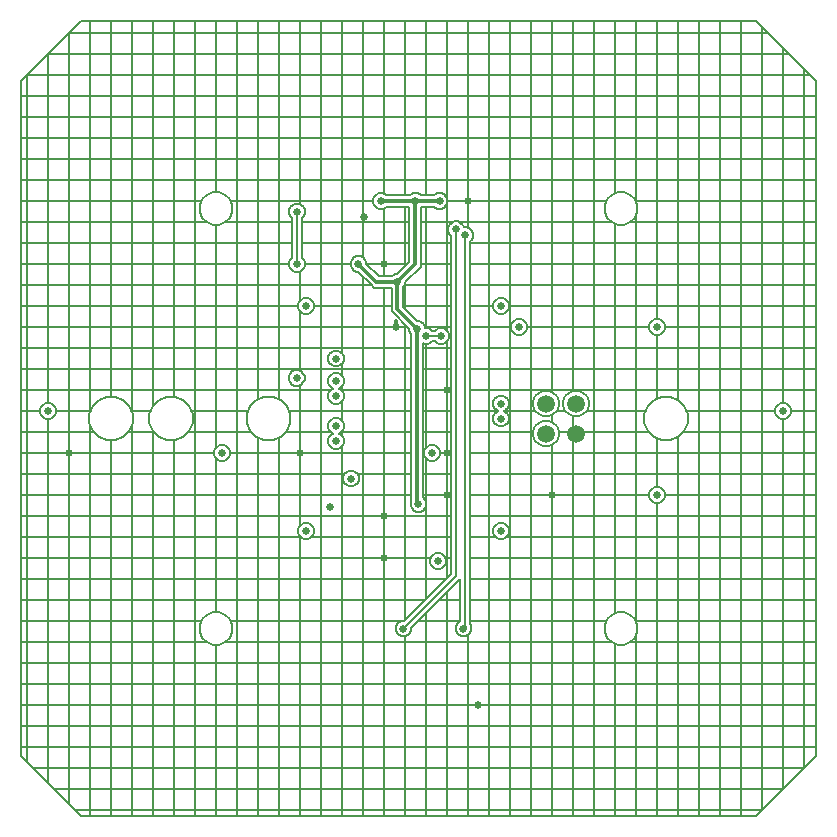
<source format=gbr>
G04 EAGLE Gerber X2 export*
%TF.Part,Single*%
%TF.FileFunction,Copper,L2,Inr,Mixed*%
%TF.FilePolarity,Positive*%
%TF.GenerationSoftware,Autodesk,EAGLE,8.6.0*%
%TF.CreationDate,2018-05-27T13:35:38Z*%
G75*
%MOMM*%
%FSLAX34Y34*%
%LPD*%
%AMOC8*
5,1,8,0,0,1.08239X$1,22.5*%
G01*
%ADD10C,0.654800*%
%ADD11C,0.152400*%
%ADD12C,0.304800*%
%ADD13C,0.177800*%
%ADD14C,1.500000*%


D10*
X381000Y509457D03*
D11*
X381000Y215900D01*
X336550Y171450D01*
D10*
X336550Y171450D03*
X388620Y504455D03*
D11*
X388620Y172720D01*
D12*
X387350Y171450D01*
D10*
X387350Y171450D03*
D13*
X635000Y685800D02*
X63500Y685800D01*
X635000Y685800D02*
X685800Y635000D01*
X685800Y63500D01*
X635000Y12700D01*
X63500Y12700D01*
X12700Y63500D01*
X12700Y635000D01*
X63500Y685800D01*
X425803Y255333D02*
X425803Y252667D01*
X425803Y255333D02*
X424783Y257797D01*
X422897Y259683D01*
X420433Y260703D01*
X417767Y260703D01*
X415303Y259683D01*
X413417Y257797D01*
X412397Y255333D01*
X412397Y252667D01*
X413417Y250203D01*
X415303Y248317D01*
X417767Y247297D01*
X420433Y247297D01*
X422897Y248317D01*
X424783Y250203D01*
X425803Y252667D01*
X260703Y252667D02*
X260703Y255333D01*
X259683Y257797D01*
X257797Y259683D01*
X255333Y260703D01*
X252667Y260703D01*
X250203Y259683D01*
X248317Y257797D01*
X247297Y255333D01*
X247297Y252667D01*
X248317Y250203D01*
X250203Y248317D01*
X252667Y247297D01*
X255333Y247297D01*
X257797Y248317D01*
X259683Y250203D01*
X260703Y252667D01*
X321297Y539083D02*
X318833Y540103D01*
X316167Y540103D01*
X313703Y539083D01*
X311817Y537197D01*
X310797Y534733D01*
X310797Y532067D01*
X311817Y529603D01*
X313703Y527717D01*
X316167Y526697D01*
X318833Y526697D01*
X321297Y527717D01*
X322026Y528447D01*
X341492Y528447D01*
X341492Y481846D01*
X331168Y471523D01*
X330137Y471523D01*
X327673Y470503D01*
X326944Y469773D01*
X315742Y469773D01*
X305153Y480362D01*
X305153Y481393D01*
X304133Y483857D01*
X302247Y485743D01*
X299783Y486763D01*
X297117Y486763D01*
X294653Y485743D01*
X292767Y483857D01*
X291747Y481393D01*
X291747Y478727D01*
X292767Y476263D01*
X294653Y474377D01*
X297117Y473357D01*
X298148Y473357D01*
X308737Y462768D01*
X308737Y462768D01*
X311638Y459867D01*
X326517Y459867D01*
X326517Y439908D01*
X341277Y425148D01*
X341277Y424117D01*
X342297Y421653D01*
X343027Y420924D01*
X343027Y279420D01*
X342527Y278213D01*
X342527Y275547D01*
X343547Y273083D01*
X345433Y271197D01*
X347897Y270177D01*
X350563Y270177D01*
X353027Y271197D01*
X354913Y273083D01*
X355933Y275547D01*
X355933Y278213D01*
X354913Y280677D01*
X353027Y282563D01*
X352933Y282601D01*
X352933Y412949D01*
X354267Y412397D01*
X356933Y412397D01*
X359397Y413417D01*
X360888Y414909D01*
X363012Y414909D01*
X364503Y413417D01*
X366967Y412397D01*
X369633Y412397D01*
X372097Y413417D01*
X373983Y415303D01*
X375003Y417767D01*
X375003Y420433D01*
X373983Y422897D01*
X372097Y424783D01*
X369633Y425803D01*
X366967Y425803D01*
X364503Y424783D01*
X363012Y423291D01*
X360888Y423291D01*
X359397Y424783D01*
X356933Y425803D01*
X354683Y425803D01*
X354683Y426783D01*
X353663Y429247D01*
X351777Y431133D01*
X349313Y432153D01*
X348282Y432153D01*
X336423Y444012D01*
X336423Y460294D01*
X337153Y461023D01*
X338173Y463487D01*
X338173Y464518D01*
X351398Y477743D01*
X351398Y528447D01*
X362530Y528447D01*
X363259Y527717D01*
X365723Y526697D01*
X368389Y526697D01*
X370853Y527717D01*
X372739Y529603D01*
X373759Y532067D01*
X373759Y534733D01*
X372739Y537197D01*
X370853Y539083D01*
X368389Y540103D01*
X365723Y540103D01*
X363259Y539083D01*
X362530Y538353D01*
X350971Y538353D01*
X350242Y539083D01*
X347778Y540103D01*
X345111Y540103D01*
X342648Y539083D01*
X341918Y538353D01*
X322026Y538353D01*
X321297Y539083D01*
X384797Y515139D02*
X386683Y513254D01*
X384797Y515139D02*
X382333Y516160D01*
X379667Y516160D01*
X377203Y515139D01*
X375317Y513254D01*
X374297Y510790D01*
X374297Y508123D01*
X375317Y505660D01*
X376809Y504168D01*
X376809Y217636D01*
X337326Y178153D01*
X335217Y178153D01*
X332753Y177133D01*
X330867Y175247D01*
X329847Y172783D01*
X329847Y170117D01*
X330867Y167653D01*
X332753Y165767D01*
X335217Y164747D01*
X337883Y164747D01*
X340347Y165767D01*
X342233Y167653D01*
X343253Y170117D01*
X343253Y172226D01*
X384429Y213402D01*
X384429Y177495D01*
X383553Y177133D01*
X381667Y175247D01*
X380647Y172783D01*
X380647Y170117D01*
X381667Y167653D01*
X383553Y165767D01*
X386017Y164747D01*
X388683Y164747D01*
X391147Y165767D01*
X393033Y167653D01*
X394053Y170117D01*
X394053Y172783D01*
X393573Y173942D01*
X393573Y174772D01*
X392811Y175534D01*
X392811Y499167D01*
X394303Y500658D01*
X395323Y503122D01*
X395323Y505789D01*
X394303Y508252D01*
X392417Y510138D01*
X389953Y511158D01*
X387550Y511158D01*
X386683Y513254D01*
X191729Y174221D02*
X191729Y168679D01*
X191729Y174221D02*
X189608Y179340D01*
X185690Y183258D01*
X180571Y185379D01*
X175029Y185379D01*
X169910Y183258D01*
X165992Y179340D01*
X163871Y174221D01*
X163871Y168679D01*
X165992Y163560D01*
X169910Y159642D01*
X175029Y157521D01*
X180571Y157521D01*
X185690Y159642D01*
X189608Y163560D01*
X191729Y168679D01*
X534629Y168679D02*
X534629Y174221D01*
X532508Y179340D01*
X528590Y183258D01*
X523471Y185379D01*
X517929Y185379D01*
X512810Y183258D01*
X508892Y179340D01*
X506771Y174221D01*
X506771Y168679D01*
X508892Y163560D01*
X512810Y159642D01*
X517929Y157521D01*
X523471Y157521D01*
X528590Y159642D01*
X532508Y163560D01*
X534629Y168679D01*
X191729Y524279D02*
X191729Y529821D01*
X189608Y534940D01*
X185690Y538858D01*
X180571Y540979D01*
X175029Y540979D01*
X169910Y538858D01*
X165992Y534940D01*
X163871Y529821D01*
X163871Y524279D01*
X165992Y519160D01*
X169910Y515242D01*
X175029Y513121D01*
X180571Y513121D01*
X185690Y515242D01*
X189608Y519160D01*
X191729Y524279D01*
X534629Y524279D02*
X534629Y529821D01*
X532508Y534940D01*
X528590Y538858D01*
X523471Y540979D01*
X517929Y540979D01*
X512810Y538858D01*
X508892Y534940D01*
X506771Y529821D01*
X506771Y524279D01*
X508892Y519160D01*
X512810Y515242D01*
X517929Y513121D01*
X523471Y513121D01*
X528590Y515242D01*
X532508Y519160D01*
X534629Y524279D01*
X158129Y352916D02*
X158129Y345584D01*
X158129Y352916D02*
X155323Y359689D01*
X150139Y364873D01*
X143366Y367679D01*
X136034Y367679D01*
X129261Y364873D01*
X124077Y359689D01*
X121271Y352916D01*
X121271Y345584D01*
X124077Y338811D01*
X129261Y333627D01*
X136034Y330821D01*
X143366Y330821D01*
X150139Y333627D01*
X155323Y338811D01*
X158129Y345584D01*
X577229Y345584D02*
X577229Y352916D01*
X574423Y359689D01*
X569239Y364873D01*
X562466Y367679D01*
X555134Y367679D01*
X548361Y364873D01*
X543177Y359689D01*
X540371Y352916D01*
X540371Y345584D01*
X543177Y338811D01*
X548361Y333627D01*
X555134Y330821D01*
X562466Y330821D01*
X569239Y333627D01*
X574423Y338811D01*
X577229Y345584D01*
X240679Y345584D02*
X240679Y352916D01*
X237873Y359689D01*
X232689Y364873D01*
X225916Y367679D01*
X218584Y367679D01*
X211811Y364873D01*
X206627Y359689D01*
X203821Y352916D01*
X203821Y345584D01*
X206627Y338811D01*
X211811Y333627D01*
X218584Y330821D01*
X225916Y330821D01*
X232689Y333627D01*
X237873Y338811D01*
X240679Y345584D01*
X107329Y345584D02*
X107329Y352916D01*
X104523Y359689D01*
X99339Y364873D01*
X92566Y367679D01*
X85234Y367679D01*
X78461Y364873D01*
X73277Y359689D01*
X70471Y352916D01*
X70471Y345584D01*
X73277Y338811D01*
X78461Y333627D01*
X85234Y330821D01*
X92566Y330821D01*
X99339Y333627D01*
X104523Y338811D01*
X107329Y345584D01*
X253083Y523177D02*
X253083Y525843D01*
X252063Y528307D01*
X250177Y530193D01*
X247713Y531213D01*
X245047Y531213D01*
X242583Y530193D01*
X240697Y528307D01*
X239677Y525843D01*
X239677Y523177D01*
X240697Y520713D01*
X242189Y519222D01*
X242189Y485348D01*
X240697Y483857D01*
X239677Y481393D01*
X239677Y478727D01*
X240697Y476263D01*
X242583Y474377D01*
X245047Y473357D01*
X247713Y473357D01*
X250177Y474377D01*
X252063Y476263D01*
X253083Y478727D01*
X253083Y481393D01*
X252063Y483857D01*
X250571Y485348D01*
X250571Y519222D01*
X252063Y520713D01*
X253083Y523177D01*
X468129Y338724D02*
X468129Y334376D01*
X468129Y338724D02*
X466465Y342741D01*
X463391Y345815D01*
X459374Y347479D01*
X455026Y347479D01*
X451009Y345815D01*
X447935Y342741D01*
X446271Y338724D01*
X446271Y334376D01*
X447935Y330359D01*
X451009Y327285D01*
X455026Y325621D01*
X459374Y325621D01*
X463391Y327285D01*
X466465Y330359D01*
X468129Y334376D01*
X252857Y382207D02*
X252857Y384873D01*
X251837Y387337D01*
X249951Y389223D01*
X247487Y390243D01*
X244821Y390243D01*
X242357Y389223D01*
X240471Y387337D01*
X239451Y384873D01*
X239451Y382207D01*
X240471Y379743D01*
X242357Y377857D01*
X244821Y376837D01*
X247487Y376837D01*
X249951Y377857D01*
X251837Y379743D01*
X252857Y382207D01*
X286103Y382333D02*
X286103Y379667D01*
X286103Y382333D02*
X285083Y384797D01*
X283197Y386683D01*
X280733Y387703D01*
X278067Y387703D01*
X275603Y386683D01*
X273717Y384797D01*
X272697Y382333D01*
X272697Y379667D01*
X273717Y377203D01*
X275603Y375317D01*
X277215Y374650D01*
X275603Y373983D01*
X273717Y372097D01*
X272697Y369633D01*
X272697Y366967D01*
X273717Y364503D01*
X275603Y362617D01*
X278067Y361597D01*
X280733Y361597D01*
X283197Y362617D01*
X285083Y364503D01*
X286103Y366967D01*
X286103Y369633D01*
X285083Y372097D01*
X283197Y373983D01*
X281585Y374650D01*
X283197Y375317D01*
X285083Y377203D01*
X286103Y379667D01*
X286103Y398717D02*
X286103Y401383D01*
X285083Y403847D01*
X283197Y405733D01*
X280733Y406753D01*
X278067Y406753D01*
X275603Y405733D01*
X273717Y403847D01*
X272697Y401383D01*
X272697Y398717D01*
X273717Y396253D01*
X275603Y394367D01*
X278067Y393347D01*
X280733Y393347D01*
X283197Y394367D01*
X285083Y396253D01*
X286103Y398717D01*
X425803Y363283D02*
X425803Y360617D01*
X425803Y363283D02*
X424783Y365747D01*
X422897Y367633D01*
X420433Y368653D01*
X417767Y368653D01*
X415303Y367633D01*
X413417Y365747D01*
X412397Y363283D01*
X412397Y360617D01*
X413417Y358153D01*
X415303Y356267D01*
X416915Y355600D01*
X415303Y354933D01*
X413417Y353047D01*
X412397Y350583D01*
X412397Y347917D01*
X413417Y345453D01*
X415303Y343567D01*
X417767Y342547D01*
X420433Y342547D01*
X422897Y343567D01*
X424783Y345453D01*
X425803Y347917D01*
X425803Y350583D01*
X424783Y353047D01*
X422897Y354933D01*
X421285Y355600D01*
X422897Y356267D01*
X424783Y358153D01*
X425803Y360617D01*
X425803Y443167D02*
X425803Y445833D01*
X424783Y448297D01*
X422897Y450183D01*
X420433Y451203D01*
X417767Y451203D01*
X415303Y450183D01*
X413417Y448297D01*
X412397Y445833D01*
X412397Y443167D01*
X413417Y440703D01*
X415303Y438817D01*
X417767Y437797D01*
X420433Y437797D01*
X422897Y438817D01*
X424783Y440703D01*
X425803Y443167D01*
X286103Y344233D02*
X286103Y341567D01*
X286103Y344233D02*
X285083Y346697D01*
X283197Y348583D01*
X280733Y349603D01*
X278067Y349603D01*
X275603Y348583D01*
X273717Y346697D01*
X272697Y344233D01*
X272697Y341567D01*
X273717Y339103D01*
X275603Y337217D01*
X277215Y336550D01*
X275603Y335883D01*
X273717Y333997D01*
X272697Y331533D01*
X272697Y328867D01*
X273717Y326403D01*
X275603Y324517D01*
X278067Y323497D01*
X280733Y323497D01*
X283197Y324517D01*
X285083Y326403D01*
X286103Y328867D01*
X286103Y331533D01*
X285083Y333997D01*
X283197Y335883D01*
X281585Y336550D01*
X283197Y337217D01*
X285083Y339103D01*
X286103Y341567D01*
X260703Y443167D02*
X260703Y445833D01*
X259683Y448297D01*
X257797Y450183D01*
X255333Y451203D01*
X252667Y451203D01*
X250203Y450183D01*
X248317Y448297D01*
X247297Y445833D01*
X247297Y443167D01*
X248317Y440703D01*
X250203Y438817D01*
X252667Y437797D01*
X255333Y437797D01*
X257797Y438817D01*
X259683Y440703D01*
X260703Y443167D01*
X298803Y299783D02*
X298803Y297117D01*
X298803Y299783D02*
X297783Y302247D01*
X295897Y304133D01*
X293433Y305153D01*
X290767Y305153D01*
X288303Y304133D01*
X286417Y302247D01*
X285397Y299783D01*
X285397Y297117D01*
X286417Y294653D01*
X288303Y292767D01*
X290767Y291747D01*
X293433Y291747D01*
X295897Y292767D01*
X297783Y294653D01*
X298803Y297117D01*
X468129Y359776D02*
X468129Y364124D01*
X466465Y368141D01*
X463391Y371215D01*
X459374Y372879D01*
X455026Y372879D01*
X451009Y371215D01*
X447935Y368141D01*
X446271Y364124D01*
X446271Y359776D01*
X447935Y355759D01*
X451009Y352685D01*
X455026Y351021D01*
X459374Y351021D01*
X463391Y352685D01*
X466465Y355759D01*
X468129Y359776D01*
X493529Y359776D02*
X493529Y364124D01*
X491865Y368141D01*
X488791Y371215D01*
X484774Y372879D01*
X480426Y372879D01*
X476409Y371215D01*
X473335Y368141D01*
X471671Y364124D01*
X471671Y359776D01*
X473335Y355759D01*
X476409Y352685D01*
X480426Y351021D01*
X484774Y351021D01*
X488791Y352685D01*
X491865Y355759D01*
X493529Y359776D01*
X367383Y321373D02*
X367383Y318707D01*
X367383Y321373D02*
X366363Y323837D01*
X364477Y325723D01*
X362013Y326743D01*
X359347Y326743D01*
X356883Y325723D01*
X354997Y323837D01*
X353977Y321373D01*
X353977Y318707D01*
X354997Y316243D01*
X356883Y314357D01*
X359347Y313337D01*
X362013Y313337D01*
X364477Y314357D01*
X366363Y316243D01*
X367383Y318707D01*
X189583Y318707D02*
X189583Y321373D01*
X188563Y323837D01*
X186677Y325723D01*
X184213Y326743D01*
X181547Y326743D01*
X179083Y325723D01*
X177197Y323837D01*
X176177Y321373D01*
X176177Y318707D01*
X177197Y316243D01*
X179083Y314357D01*
X181547Y313337D01*
X184213Y313337D01*
X186677Y314357D01*
X188563Y316243D01*
X189583Y318707D01*
X557883Y285813D02*
X557883Y283147D01*
X557883Y285813D02*
X556863Y288277D01*
X554977Y290163D01*
X552513Y291183D01*
X549847Y291183D01*
X547383Y290163D01*
X545497Y288277D01*
X544477Y285813D01*
X544477Y283147D01*
X545497Y280683D01*
X547383Y278797D01*
X549847Y277777D01*
X552513Y277777D01*
X554977Y278797D01*
X556863Y280683D01*
X557883Y283147D01*
X557883Y425387D02*
X557883Y428053D01*
X556863Y430517D01*
X554977Y432403D01*
X552513Y433423D01*
X549847Y433423D01*
X547383Y432403D01*
X545497Y430517D01*
X544477Y428053D01*
X544477Y425387D01*
X545497Y422923D01*
X547383Y421037D01*
X549847Y420017D01*
X552513Y420017D01*
X554977Y421037D01*
X556863Y422923D01*
X557883Y425387D01*
X441043Y425387D02*
X441043Y428053D01*
X440023Y430517D01*
X438137Y432403D01*
X435673Y433423D01*
X433007Y433423D01*
X430543Y432403D01*
X428657Y430517D01*
X427637Y428053D01*
X427637Y425387D01*
X428657Y422923D01*
X430543Y421037D01*
X433007Y420017D01*
X435673Y420017D01*
X438137Y421037D01*
X440023Y422923D01*
X441043Y425387D01*
X664563Y356933D02*
X664563Y354267D01*
X664563Y356933D02*
X663543Y359397D01*
X661657Y361283D01*
X659193Y362303D01*
X656527Y362303D01*
X654063Y361283D01*
X652177Y359397D01*
X651157Y356933D01*
X651157Y354267D01*
X652177Y351803D01*
X654063Y349917D01*
X656527Y348897D01*
X659193Y348897D01*
X661657Y349917D01*
X663543Y351803D01*
X664563Y354267D01*
X42263Y354267D02*
X42263Y356933D01*
X41243Y359397D01*
X39357Y361283D01*
X36893Y362303D01*
X34227Y362303D01*
X31763Y361283D01*
X29877Y359397D01*
X28857Y356933D01*
X28857Y354267D01*
X29877Y351803D01*
X31763Y349917D01*
X34227Y348897D01*
X36893Y348897D01*
X39357Y349917D01*
X41243Y351803D01*
X42263Y354267D01*
X372463Y229933D02*
X372463Y227267D01*
X372463Y229933D02*
X371443Y232397D01*
X369557Y234283D01*
X367093Y235303D01*
X364427Y235303D01*
X361963Y234283D01*
X360077Y232397D01*
X359057Y229933D01*
X359057Y227267D01*
X360077Y224803D01*
X361963Y222917D01*
X364427Y221897D01*
X367093Y221897D01*
X369557Y222917D01*
X371443Y224803D01*
X372463Y227267D01*
X640080Y17780D02*
X58420Y17780D01*
X40640Y35560D02*
X657860Y35560D01*
X675640Y53340D02*
X22860Y53340D01*
X12700Y71120D02*
X685800Y71120D01*
X685800Y88900D02*
X12700Y88900D01*
X12700Y106680D02*
X685800Y106680D01*
X685800Y124460D02*
X12700Y124460D01*
X12700Y142240D02*
X685800Y142240D01*
X169531Y160020D02*
X12700Y160020D01*
X186069Y160020D02*
X512431Y160020D01*
X528969Y160020D02*
X685800Y160020D01*
X165354Y177800D02*
X12700Y177800D01*
X190246Y177800D02*
X334365Y177800D01*
X348827Y177800D02*
X384429Y177800D01*
X392811Y177800D02*
X508254Y177800D01*
X533146Y177800D02*
X685800Y177800D01*
X354753Y195580D02*
X12700Y195580D01*
X366607Y195580D02*
X384429Y195580D01*
X392811Y195580D02*
X685800Y195580D01*
X372533Y213360D02*
X12700Y213360D01*
X384387Y213360D02*
X384429Y213360D01*
X392811Y213360D02*
X685800Y213360D01*
X359557Y231140D02*
X12700Y231140D01*
X371963Y231140D02*
X376809Y231140D01*
X392811Y231140D02*
X685800Y231140D01*
X249601Y248920D02*
X12700Y248920D01*
X258399Y248920D02*
X376809Y248920D01*
X392811Y248920D02*
X414701Y248920D01*
X423499Y248920D02*
X685800Y248920D01*
X376809Y266700D02*
X12700Y266700D01*
X392811Y266700D02*
X685800Y266700D01*
X343027Y284480D02*
X12700Y284480D01*
X352933Y284480D02*
X376809Y284480D01*
X392811Y284480D02*
X544477Y284480D01*
X557883Y284480D02*
X685800Y284480D01*
X286431Y302260D02*
X12700Y302260D01*
X297769Y302260D02*
X343027Y302260D01*
X352933Y302260D02*
X376809Y302260D01*
X392811Y302260D02*
X685800Y302260D01*
X176177Y320040D02*
X12700Y320040D01*
X189583Y320040D02*
X343027Y320040D01*
X352933Y320040D02*
X353977Y320040D01*
X367383Y320040D02*
X376809Y320040D01*
X392811Y320040D02*
X685800Y320040D01*
X74267Y337820D02*
X12700Y337820D01*
X103533Y337820D02*
X125067Y337820D01*
X154333Y337820D02*
X207617Y337820D01*
X236883Y337820D02*
X275001Y337820D01*
X283799Y337820D02*
X343027Y337820D01*
X352933Y337820D02*
X376809Y337820D01*
X392811Y337820D02*
X446271Y337820D01*
X468129Y337820D02*
X544167Y337820D01*
X573433Y337820D02*
X685800Y337820D01*
X28857Y355600D02*
X12700Y355600D01*
X42263Y355600D02*
X71583Y355600D01*
X106217Y355600D02*
X122383Y355600D01*
X157017Y355600D02*
X204933Y355600D01*
X239567Y355600D02*
X343027Y355600D01*
X352933Y355600D02*
X376809Y355600D01*
X392811Y355600D02*
X416915Y355600D01*
X421285Y355600D02*
X448094Y355600D01*
X466306Y355600D02*
X473494Y355600D01*
X491706Y355600D02*
X541483Y355600D01*
X576117Y355600D02*
X651157Y355600D01*
X664563Y355600D02*
X685800Y355600D01*
X275001Y373380D02*
X12700Y373380D01*
X283799Y373380D02*
X343027Y373380D01*
X352933Y373380D02*
X376809Y373380D01*
X392811Y373380D02*
X685800Y373380D01*
X343027Y391160D02*
X12700Y391160D01*
X352933Y391160D02*
X376809Y391160D01*
X392811Y391160D02*
X685800Y391160D01*
X343027Y408940D02*
X12700Y408940D01*
X352933Y408940D02*
X376809Y408940D01*
X392811Y408940D02*
X685800Y408940D01*
X339705Y426720D02*
X12700Y426720D01*
X354683Y426720D02*
X376809Y426720D01*
X392811Y426720D02*
X427637Y426720D01*
X441043Y426720D02*
X544477Y426720D01*
X557883Y426720D02*
X685800Y426720D01*
X247297Y444500D02*
X12700Y444500D01*
X260703Y444500D02*
X326517Y444500D01*
X336423Y444500D02*
X376809Y444500D01*
X392811Y444500D02*
X412397Y444500D01*
X425803Y444500D02*
X685800Y444500D01*
X309225Y462280D02*
X12700Y462280D01*
X337673Y462280D02*
X376809Y462280D01*
X392811Y462280D02*
X685800Y462280D01*
X239677Y480060D02*
X12700Y480060D01*
X253083Y480060D02*
X291747Y480060D01*
X305455Y480060D02*
X339705Y480060D01*
X351398Y480060D02*
X376809Y480060D01*
X392811Y480060D02*
X685800Y480060D01*
X242189Y497840D02*
X12700Y497840D01*
X250571Y497840D02*
X341492Y497840D01*
X351398Y497840D02*
X376809Y497840D01*
X392811Y497840D02*
X685800Y497840D01*
X169531Y515620D02*
X12700Y515620D01*
X186069Y515620D02*
X242189Y515620D01*
X250571Y515620D02*
X341492Y515620D01*
X351398Y515620D02*
X378364Y515620D01*
X383636Y515620D02*
X512431Y515620D01*
X528969Y515620D02*
X685800Y515620D01*
X165354Y533400D02*
X12700Y533400D01*
X190246Y533400D02*
X310797Y533400D01*
X373759Y533400D02*
X508254Y533400D01*
X533146Y533400D02*
X685800Y533400D01*
X685800Y551180D02*
X12700Y551180D01*
X12700Y568960D02*
X685800Y568960D01*
X685800Y586740D02*
X12700Y586740D01*
X12700Y604520D02*
X685800Y604520D01*
X685800Y622300D02*
X12700Y622300D01*
X17780Y640080D02*
X680720Y640080D01*
X662940Y657860D02*
X35560Y657860D01*
X53340Y675640D02*
X645160Y675640D01*
X17780Y640080D02*
X17780Y58420D01*
X35560Y40640D02*
X35560Y348897D01*
X35560Y362303D02*
X35560Y657860D01*
X53340Y675640D02*
X53340Y22860D01*
X71120Y12700D02*
X71120Y344017D01*
X71120Y354483D02*
X71120Y685800D01*
X88900Y330821D02*
X88900Y12700D01*
X88900Y367679D02*
X88900Y685800D01*
X106680Y344017D02*
X106680Y12700D01*
X106680Y354482D02*
X106680Y685800D01*
X124460Y338427D02*
X124460Y12700D01*
X124460Y360073D02*
X124460Y685800D01*
X142240Y330821D02*
X142240Y12700D01*
X142240Y367679D02*
X142240Y685800D01*
X160020Y685800D02*
X160020Y12700D01*
X177800Y12700D02*
X177800Y157521D01*
X177800Y185379D02*
X177800Y315641D01*
X177800Y324439D02*
X177800Y513121D01*
X177800Y540979D02*
X177800Y685800D01*
X195580Y685800D02*
X195580Y12700D01*
X213360Y12700D02*
X213360Y332985D01*
X213360Y365515D02*
X213360Y685800D01*
X231140Y332985D02*
X231140Y12700D01*
X231140Y365515D02*
X231140Y685800D01*
X248920Y249601D02*
X248920Y12700D01*
X248920Y258399D02*
X248920Y377430D01*
X248920Y389650D02*
X248920Y440101D01*
X248920Y448899D02*
X248920Y473857D01*
X248920Y530713D02*
X248920Y685800D01*
X266700Y685800D02*
X266700Y12700D01*
X284480Y12700D02*
X284480Y325801D01*
X284480Y334599D02*
X284480Y338501D01*
X284480Y347299D02*
X284480Y363901D01*
X284480Y372699D02*
X284480Y376601D01*
X284480Y385399D02*
X284480Y395651D01*
X284480Y404449D02*
X284480Y685800D01*
X302260Y469245D02*
X302260Y12700D01*
X302260Y485729D02*
X302260Y685800D01*
X320040Y459867D02*
X320040Y12700D01*
X320040Y469773D02*
X320040Y527197D01*
X320040Y539603D02*
X320040Y685800D01*
X337820Y164747D02*
X337820Y12700D01*
X337820Y178647D02*
X337820Y428605D01*
X337820Y442615D02*
X337820Y462635D01*
X337820Y478175D02*
X337820Y528447D01*
X337820Y538353D02*
X337820Y685800D01*
X355600Y184573D02*
X355600Y12700D01*
X355600Y196427D02*
X355600Y274743D01*
X355600Y279017D02*
X355600Y315641D01*
X355600Y324439D02*
X355600Y412397D01*
X355600Y425803D02*
X355600Y528447D01*
X355600Y538353D02*
X355600Y685800D01*
X373380Y202353D02*
X373380Y12700D01*
X373380Y214207D02*
X373380Y414701D01*
X373380Y423499D02*
X373380Y531152D01*
X373380Y535648D02*
X373380Y685800D01*
X391160Y165781D02*
X391160Y12700D01*
X391160Y510659D02*
X391160Y685800D01*
X408940Y685800D02*
X408940Y12700D01*
X426720Y12700D02*
X426720Y685800D01*
X444500Y685800D02*
X444500Y12700D01*
X462280Y12700D02*
X462280Y326825D01*
X462280Y346275D02*
X462280Y352225D01*
X462280Y371675D02*
X462280Y685800D01*
X480060Y351173D02*
X480060Y12700D01*
X480060Y372727D02*
X480060Y685800D01*
X497840Y685800D02*
X497840Y12700D01*
X515620Y12700D02*
X515620Y158478D01*
X515620Y184422D02*
X515620Y514078D01*
X515620Y540022D02*
X515620Y685800D01*
X533400Y165712D02*
X533400Y12700D01*
X533400Y177188D02*
X533400Y521312D01*
X533400Y532788D02*
X533400Y685800D01*
X551180Y277777D02*
X551180Y12700D01*
X551180Y291183D02*
X551180Y332459D01*
X551180Y366041D02*
X551180Y420017D01*
X551180Y433423D02*
X551180Y685800D01*
X568960Y333511D02*
X568960Y12700D01*
X568960Y364989D02*
X568960Y685800D01*
X586740Y685800D02*
X586740Y12700D01*
X604520Y12700D02*
X604520Y685800D01*
X622300Y685800D02*
X622300Y12700D01*
X640080Y17780D02*
X640080Y680720D01*
X657860Y348897D02*
X657860Y35560D01*
X657860Y362303D02*
X657860Y662940D01*
X675640Y645160D02*
X675640Y53340D01*
D10*
X320040Y231140D03*
X373380Y284480D03*
X400050Y106680D03*
X373380Y320040D03*
X53340Y320040D03*
X248920Y320040D03*
X320040Y266700D03*
X320040Y480060D03*
X330200Y426720D03*
D12*
X330200Y431800D01*
D14*
X482600Y336550D03*
D10*
X373380Y373380D03*
X391160Y533400D03*
X462280Y284480D03*
X303530Y519459D03*
X346445Y533400D03*
D12*
X346445Y479795D01*
X331470Y464820D01*
D10*
X331470Y464820D03*
X367056Y533400D03*
D12*
X346445Y533400D01*
D10*
X347980Y425450D03*
D12*
X347980Y278130D01*
X349230Y276880D01*
D10*
X349230Y276880D03*
D12*
X347980Y425450D02*
X331470Y441960D01*
D10*
X298450Y480060D03*
D12*
X313690Y464820D01*
X331470Y464820D01*
X331470Y441960D01*
D10*
X317500Y533400D03*
D12*
X346445Y533400D01*
D10*
X246380Y524510D03*
D11*
X246380Y480060D01*
D10*
X246380Y480060D03*
D14*
X457200Y336550D03*
D10*
X246154Y383540D03*
X279400Y381000D03*
X279400Y400050D03*
X419100Y361950D03*
X419100Y444500D03*
X279400Y342900D03*
X254000Y444500D03*
X279400Y330200D03*
X254000Y254000D03*
X279400Y368300D03*
X292100Y298450D03*
X419100Y349250D03*
X419100Y254000D03*
X355600Y419100D03*
D11*
X368300Y419100D01*
D10*
X368300Y419100D03*
D14*
X457200Y361950D03*
X482600Y361950D03*
D10*
X360680Y320040D03*
X182880Y320040D03*
X551180Y284480D03*
X551180Y426720D03*
X274320Y274320D03*
X434340Y426720D03*
X657860Y355600D03*
X35560Y355600D03*
X365760Y228600D03*
M02*

</source>
